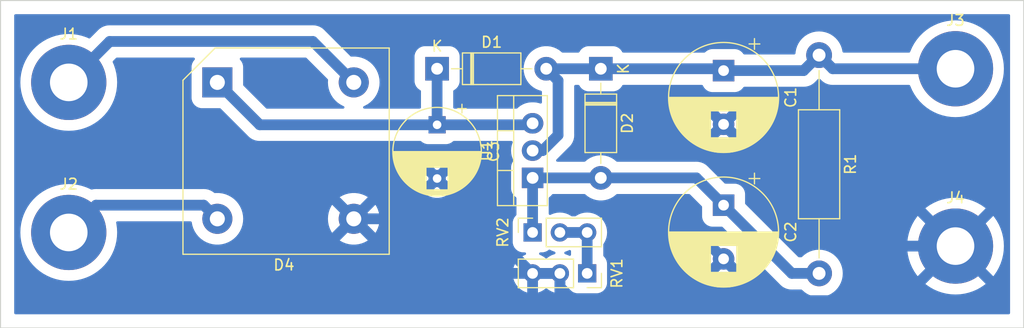
<source format=kicad_pcb>
(kicad_pcb (version 20221018) (generator pcbnew)
  (layers (0 "F.Cu" signal) (31 "B.Cu" signal) (34 "B.Paste" user) (35 "F.Paste" user) (36 "B.SilkS" user "B.Silkscreen") (37 "F.SilkS" user "F.Silkscreen") (38 "B.Mask" user) (39 "F.Mask" user) (44 "Edge.Cuts" user))
  (net 0 "")
  (net 1 "OUT")
  (net 2 "GND")
  (net 3 "Net-(D2-A)")
  (net 4 "VIN")
  (net 5 "Net-(J1-Pin_1)")
  (net 6 "Net-(J2-Pin_1)")
  (net 7 "Net-(RV1-Pad1)")
  (footprint "MountingHole:MountingHole_3.5mm_Pad" (layer "F.Cu") (at 204.47 85.09)
    (fp_text reference "J3" (at 0 -4.5) (layer "F.SilkS"))
    (fp_text value "~")
    (pad "1" thru_hole circle (at 0 0) (size 7 7) (drill 3.5) (layers "*.Cu" "*.Mask") (net 1 "OUT"))
  )
  (footprint "Diode_THT:Diode_Bridge_19.0x19.0x6.8mm_P12.7mm" (layer "F.Cu") (at 135.752651 86.36)
    (fp_text reference "D4" (at 6.2 17 180) (layer "F.SilkS"))
    (fp_text value "D_Bridge_+A-A")
    (pad "1" thru_hole rect (at 0 0 180) (size 2.8 2.8) (drill 1.4) (layers "*.Cu" "*.Mask") (net 4 "VIN"))
    (pad "2" thru_hole circle (at 0 12.7 180) (size 2.8 2.8) (drill 1.4) (layers "*.Cu" "*.Mask") (net 6 "Net-(J2-Pin_1)"))
    (pad "3" thru_hole circle (at 12.7 12.7 180) (size 2.8 2.8) (drill 1.4) (layers "*.Cu" "*.Mask") (net 2 "GND"))
    (pad "4" thru_hole circle (at 12.7 0 180) (size 2.8 2.8) (drill 1.4) (layers "*.Cu" "*.Mask") (net 5 "Net-(J1-Pin_1)"))
  )
  (footprint "Diode_THT:D_DO-41_SOD81_P10.16mm_Horizontal" (layer "F.Cu") (at 171.45 85.09 -90)
    (fp_text reference "D2" (at 5.08 -2.47 90) (layer "F.SilkS"))
    (fp_text value "1N4007")
    (fp_text user "K" (at 0 -2.1 90) (layer "F.SilkS"))
    (pad "1" thru_hole rect (at 0 0 270) (size 2.2 2.2) (drill 1.1) (layers "*.Cu" "*.Mask") (net 1 "OUT"))
    (pad "2" thru_hole oval (at 10.16 0 270) (size 2.2 2.2) (drill 1.1) (layers "*.Cu" "*.Mask") (net 3 "Net-(D2-A)"))
  )
  (footprint "MountingHole:MountingHole_3.5mm_Pad" (layer "F.Cu") (at 121.92 86.36)
    (fp_text reference "J1" (at 0 -4.5) (layer "F.SilkS"))
    (fp_text value "N")
    (pad "1" thru_hole circle (at 0 0) (size 7 7) (drill 3.5) (layers "*.Cu" "*.Mask") (net 5 "Net-(J1-Pin_1)"))
  )
  (footprint "Connector_PinSocket_2.54mm:PinSocket_1x03_P2.54mm_Vertical" (layer "F.Cu") (at 170.18 104.14 -90)
    (fp_text reference "RV1" (at 0 -2.77 90) (layer "F.SilkS"))
    (fp_text value "2k")
    (pad "1" thru_hole rect (at 0 0 270) (size 1.7 1.7) (drill 1) (layers "*.Cu" "*.Mask") (net 7 "Net-(RV1-Pad1)"))
    (pad "2" thru_hole oval (at 0 2.54 270) (size 1.7 1.7) (drill 1) (layers "*.Cu" "*.Mask") (net 2 "GND"))
    (pad "3" thru_hole oval (at 0 5.08 270) (size 1.7 1.7) (drill 1) (layers "*.Cu" "*.Mask") (net 2 "GND"))
  )
  (footprint "Capacitor_THT:CP_Radial_D10.0mm_P5.00mm" (layer "F.Cu") (at 182.88 85.262323 -90)
    (fp_text reference "C1" (at 2.5 -6.25 90) (layer "F.SilkS"))
    (fp_text value "1u")
    (pad "1" thru_hole rect (at 0 0 270) (size 2 2) (drill 1) (layers "*.Cu" "*.Mask") (net 1 "OUT"))
    (pad "2" thru_hole circle (at 5 0 270) (size 2 2) (drill 1) (layers "*.Cu" "*.Mask") (net 2 "GND"))
  )
  (footprint "Diode_THT:D_DO-41_SOD81_P10.16mm_Horizontal" (layer "F.Cu") (at 156.21 85.09)
    (fp_text reference "D1" (at 5.08 -2.47) (layer "F.SilkS"))
    (fp_text value "1N4007")
    (fp_text user "K" (at 0 -2.1) (layer "F.SilkS"))
    (pad "1" thru_hole rect (at 0 0) (size 2.2 2.2) (drill 1.1) (layers "*.Cu" "*.Mask") (net 4 "VIN"))
    (pad "2" thru_hole oval (at 10.16 0) (size 2.2 2.2) (drill 1.1) (layers "*.Cu" "*.Mask") (net 1 "OUT"))
  )
  (footprint "MountingHole:MountingHole_3.5mm_Pad" (layer "F.Cu") (at 121.92 100.33)
    (fp_text reference "J2" (at 0 -4.5) (layer "F.SilkS"))
    (fp_text value "L")
    (pad "1" thru_hole circle (at 0 0) (size 7 7) (drill 3.5) (layers "*.Cu" "*.Mask") (net 6 "Net-(J2-Pin_1)"))
  )
  (footprint "Capacitor_THT:CP_Radial_D8.0mm_P5.00mm" (layer "F.Cu") (at 156.21 90.307349 -90)
    (fp_text reference "C3" (at 2.5 -5.25 90) (layer "F.SilkS"))
    (fp_text value "1000u")
    (pad "1" thru_hole rect (at 0 0 270) (size 1.6 1.6) (drill 0.8) (layers "*.Cu" "*.Mask") (net 4 "VIN"))
    (pad "2" thru_hole circle (at 5 0 270) (size 1.6 1.6) (drill 0.8) (layers "*.Cu" "*.Mask") (net 2 "GND"))
  )
  (footprint "Capacitor_THT:CP_Radial_D10.0mm_P5.00mm" (layer "F.Cu") (at 182.88 97.79 -90)
    (fp_text reference "C2" (at 2.5 -6.25 90) (layer "F.SilkS"))
    (fp_text value "10u")
    (pad "1" thru_hole rect (at 0 0 270) (size 2 2) (drill 1) (layers "*.Cu" "*.Mask") (net 3 "Net-(D2-A)"))
    (pad "2" thru_hole circle (at 5 0 270) (size 2 2) (drill 1) (layers "*.Cu" "*.Mask") (net 2 "GND"))
  )
  (footprint "Resistor_THT:R_Axial_DIN0411_L9.9mm_D3.6mm_P20.32mm_Horizontal" (layer "F.Cu") (at 191.77 83.82 -90)
    (fp_text reference "R1" (at 10.16 -2.92 90) (layer "F.SilkS"))
    (fp_text value "120")
    (pad "1" thru_hole circle (at 0 0 270) (size 2.4 2.4) (drill 1.2) (layers "*.Cu" "*.Mask") (net 1 "OUT"))
    (pad "2" thru_hole oval (at 20.32 0 270) (size 2.4 2.4) (drill 1.2) (layers "*.Cu" "*.Mask") (net 3 "Net-(D2-A)"))
  )
  (footprint "MountingHole:MountingHole_3.5mm_Pad" (layer "F.Cu") (at 204.47 101.6)
    (fp_text reference "J4" (at 0 -4.5) (layer "F.SilkS"))
    (fp_text value "~")
    (pad "1" thru_hole circle (at 0 0) (size 7 7) (drill 3.5) (layers "*.Cu" "*.Mask") (net 2 "GND"))
  )
  (footprint "Package_TO_SOT_THT:TO-220-3_Vertical" (layer "F.Cu") (at 165.1 95.25 90)
    (fp_text reference "U1" (at 2.54 -4.27 90) (layer "F.SilkS"))
    (fp_text value "LM338_TO-220")
    (pad "1" thru_hole rect (at 0 0 90) (size 1.905 2) (drill 1.1) (layers "*.Cu" "*.Mask") (net 3 "Net-(D2-A)"))
    (pad "2" thru_hole oval (at 2.54 0 90) (size 1.905 2) (drill 1.1) (layers "*.Cu" "*.Mask") (net 1 "OUT"))
    (pad "3" thru_hole oval (at 5.08 0 90) (size 1.905 2) (drill 1.1) (layers "*.Cu" "*.Mask") (net 4 "VIN"))
  )
  (footprint "Connector_PinSocket_2.54mm:PinSocket_1x03_P2.54mm_Vertical" (layer "F.Cu") (at 165.1 100.33 90)
    (fp_text reference "RV2" (at 0 -2.77 90) (layer "F.SilkS"))
    (fp_text value "1k")
    (pad "1" thru_hole rect (at 0 0 90) (size 1.7 1.7) (drill 1) (layers "*.Cu" "*.Mask") (net 3 "Net-(D2-A)"))
    (pad "2" thru_hole oval (at 0 2.54 90) (size 1.7 1.7) (drill 1) (layers "*.Cu" "*.Mask") (net 7 "Net-(RV1-Pad1)"))
    (pad "3" thru_hole oval (at 0 5.08 90) (size 1.7 1.7) (drill 1) (layers "*.Cu" "*.Mask") (net 7 "Net-(RV1-Pad1)"))
  )
  (gr_rect (start 115.57 78.74) (end 210.82 109.22) (stroke (width 0.1)) (fill none) (layer "Edge.Cuts"))
  (segment (start 167.469999 86.189999) (end 167.469999 91.269999) (width 1) (layer "B.Cu") (net 1))
  (segment (start 190.327677 85.262323) (end 191.77 83.82) (width 1) (layer "B.Cu") (net 1))
  (segment (start 193.04 85.09) (end 191.77 83.82) (width 1) (layer "B.Cu") (net 1))
  (segment (start 171.45 85.09) (end 182.707677 85.09) (width 1) (layer "B.Cu") (net 1))
  (segment (start 171.45 85.09) (end 166.37 85.09) (width 1) (layer "B.Cu") (net 1))
  (segment (start 167.469999 91.269999) (end 166.029998 92.71) (width 1) (layer "B.Cu") (net 1))
  (segment (start 166.37 85.09) (end 167.469999 86.189999) (width 1) (layer "B.Cu") (net 1))
  (segment (start 166.029998 92.71) (end 165.1 92.71) (width 1) (layer "B.Cu") (net 1))
  (segment (start 204.47 85.09) (end 193.04 85.09) (width 1) (layer "B.Cu") (net 1))
  (segment (start 182.88 85.262323) (end 190.327677 85.262323) (width 1) (layer "B.Cu") (net 1))
  (segment (start 182.707677 85.09) (end 182.88 85.262323) (width 1) (layer "B.Cu") (net 1))
  (segment (start 167.64 105.41) (end 168.91 106.68) (width 1) (layer "B.Cu") (net 2))
  (segment (start 186.77 106.68) (end 182.88 102.79) (width 1) (layer "B.Cu") (net 2))
  (segment (start 167.64 104.14) (end 167.64 105.41) (width 1) (layer "B.Cu") (net 2))
  (segment (start 152.457349 99.06) (end 156.21 95.307349) (width 1) (layer "B.Cu") (net 2))
  (segment (start 156.21 95.307349) (end 165.042651 104.14) (width 1) (layer "B.Cu") (net 2))
  (segment (start 178.99 106.68) (end 182.88 102.79) (width 1) (layer "B.Cu") (net 2))
  (segment (start 204.47 102.87) (end 203.2 102.87) (width 1) (layer "B.Cu") (net 2))
  (segment (start 204.47 101.6) (end 204.47 102.87) (width 1) (layer "B.Cu") (net 2))
  (segment (start 165.042651 104.14) (end 165.1 104.14) (width 1) (layer "B.Cu") (net 2))
  (segment (start 168.91 106.68) (end 178.99 106.68) (width 1) (layer "B.Cu") (net 2))
  (segment (start 148.452651 99.06) (end 152.457349 99.06) (width 1) (layer "B.Cu") (net 2))
  (segment (start 165.1 104.14) (end 167.64 104.14) (width 1) (layer "B.Cu") (net 2))
  (segment (start 199.39 106.68) (end 186.77 106.68) (width 1) (layer "B.Cu") (net 2))
  (segment (start 194.217677 101.6) (end 204.47 101.6) (width 1) (layer "B.Cu") (net 2))
  (segment (start 182.88 90.262323) (end 194.217677 101.6) (width 1) (layer "B.Cu") (net 2))
  (segment (start 203.2 102.87) (end 199.39 106.68) (width 1) (layer "B.Cu") (net 2))
  (segment (start 165.1 95.25) (end 165.1 100.33) (width 1) (layer "B.Cu") (net 3))
  (segment (start 189.23 104.14) (end 182.88 97.79) (width 1) (layer "B.Cu") (net 3))
  (segment (start 171.45 95.25) (end 180.34 95.25) (width 1) (layer "B.Cu") (net 3))
  (segment (start 180.34 95.25) (end 182.88 97.79) (width 1) (layer "B.Cu") (net 3))
  (segment (start 191.77 104.14) (end 189.23 104.14) (width 1) (layer "B.Cu") (net 3))
  (segment (start 171.45 95.25) (end 165.1 95.25) (width 1) (layer "B.Cu") (net 3))
  (segment (start 156.21 90.307349) (end 164.962651 90.307349) (width 1) (layer "B.Cu") (net 4))
  (segment (start 164.962651 90.307349) (end 165.1 90.17) (width 1) (layer "B.Cu") (net 4))
  (segment (start 139.7 90.307349) (end 156.21 90.307349) (width 1) (layer "B.Cu") (net 4))
  (segment (start 156.21 85.09) (end 156.21 90.307349) (width 1) (layer "B.Cu") (net 4))
  (segment (start 135.752651 86.36) (end 139.7 90.307349) (width 1) (layer "B.Cu") (net 4))
  (segment (start 148.452651 86.36) (end 144.642651 82.55) (width 1) (layer "B.Cu") (net 5))
  (segment (start 125.73 82.55) (end 121.92 86.36) (width 1) (layer "B.Cu") (net 5))
  (segment (start 144.642651 82.55) (end 125.73 82.55) (width 1) (layer "B.Cu") (net 5))
  (segment (start 124.46 97.79) (end 121.92 100.33) (width 1) (layer "B.Cu") (net 6))
  (segment (start 135.752651 99.06) (end 134.482651 97.79) (width 1) (layer "B.Cu") (net 6))
  (segment (start 134.482651 97.79) (end 124.46 97.79) (width 1) (layer "B.Cu") (net 6))
  (segment (start 170.18 100.33) (end 170.18 104.14) (width 1) (layer "B.Cu") (net 7))
  (segment (start 167.64 100.33) (end 170.18 100.33) (width 1) (layer "B.Cu") (net 7))
  (zone (net 2) (net_name "GND") (layer "B.Cu") (connect_pads (clearance 1)) (min_thickness 0.25) (fill yes (thermal_gap 1) (thermal_bridge_width 1) (island_removal_mode 1) (island_area_min 10))
    (polygon (pts (xy 209.55 80.01) (xy 116.84 80.01) (xy 116.84 107.95) (xy 209.55 107.95)))
  )
)
</source>
